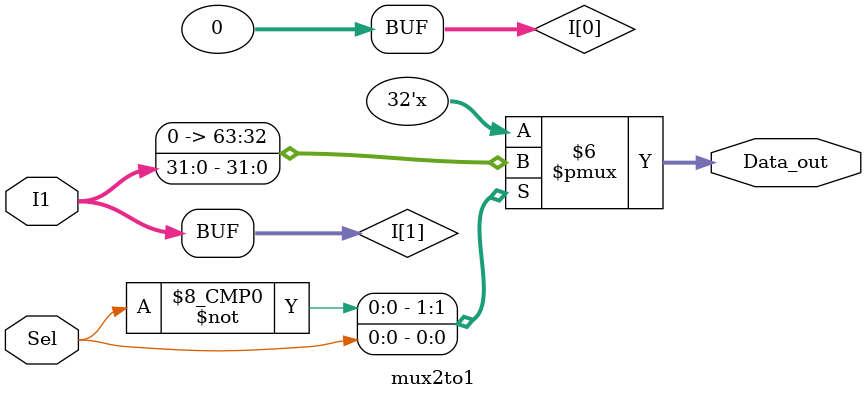
<source format=v>
module mux2to1
   #(parameter DW = 32)
   (input [DW-1:0] I1,
    input Sel,
    output [DW-1:0] Data_out);
	 
//PARTE DECLARATORIA: Nets y variables
    wire [DW-1:0] I [1:0];
	 
	 
//PARTE OPERATORIA
    assign I[0]= 0;
    assign I[1]=I1;
    assign Data_out =I[Sel];
	 
endmodule 
</source>
